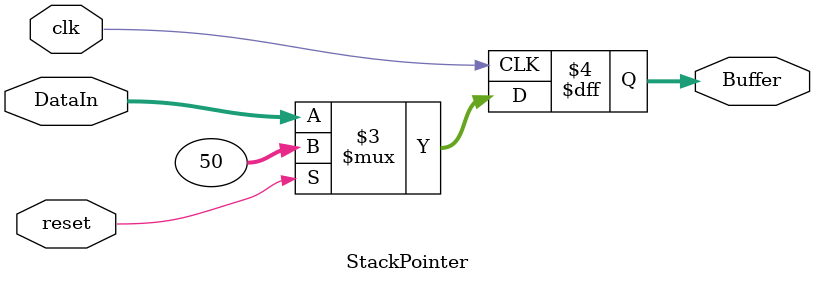
<source format=v>
module StackPointer(
    DataIn, Buffer, clk, reset
);
    input [31:0] DataIn;
    input clk,reset;
    output reg [31:0] Buffer;
    always @(posedge clk) begin
        Buffer<=(reset==1'b0)?DataIn:32'd50;
    end
endmodule
</source>
